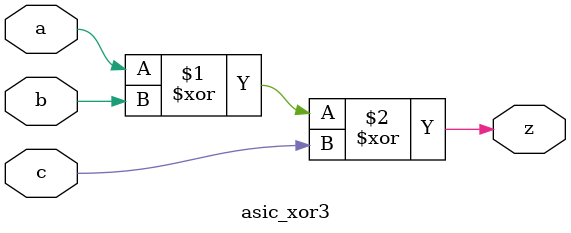
<source format=v>

module asic_xor3
  (
   input  a,
   input  b,
   input  c,
   output z
   );

   assign z =  a ^ b ^ c;

endmodule

</source>
